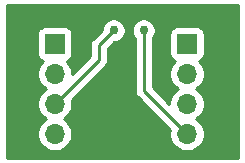
<source format=gbl>
%TF.GenerationSoftware,KiCad,Pcbnew,5.1.7+dfsg1-1*%
%TF.CreationDate,2020-10-30T20:21:54-04:00*%
%TF.ProjectId,fpga-game,66706761-2d67-4616-9d65-2e6b69636164,rev?*%
%TF.SameCoordinates,Original*%
%TF.FileFunction,Copper,L2,Bot*%
%TF.FilePolarity,Positive*%
%FSLAX46Y46*%
G04 Gerber Fmt 4.6, Leading zero omitted, Abs format (unit mm)*
G04 Created by KiCad (PCBNEW 5.1.7+dfsg1-1) date 2020-10-30 20:21:54*
%MOMM*%
%LPD*%
G01*
G04 APERTURE LIST*
%TA.AperFunction,ComponentPad*%
%ADD10R,1.700000X1.700000*%
%TD*%
%TA.AperFunction,ComponentPad*%
%ADD11O,1.700000X1.700000*%
%TD*%
%TA.AperFunction,ViaPad*%
%ADD12C,0.762000*%
%TD*%
%TA.AperFunction,Conductor*%
%ADD13C,0.254000*%
%TD*%
%TA.AperFunction,NonConductor*%
%ADD14C,0.254000*%
%TD*%
%TA.AperFunction,NonConductor*%
%ADD15C,0.100000*%
%TD*%
G04 APERTURE END LIST*
D10*
%TO.P,J1,1*%
%TO.N,Net-(J1-Pad1)*%
X155027000Y-96400000D03*
D11*
%TO.P,J1,2*%
%TO.N,Net-(J1-Pad2)*%
X155027000Y-98940000D03*
%TO.P,J1,3*%
%TO.N,Net-(J1-Pad3)*%
X155027000Y-101480000D03*
%TO.P,J1,4*%
%TO.N,Net-(J1-Pad4)*%
X155027000Y-104020000D03*
%TD*%
%TO.P,J2,4*%
%TO.N,Net-(J2-Pad4)*%
X166227000Y-104020000D03*
%TO.P,J2,3*%
%TO.N,Net-(J2-Pad3)*%
X166227000Y-101480000D03*
%TO.P,J2,2*%
%TO.N,Net-(J2-Pad2)*%
X166227000Y-98940000D03*
D10*
%TO.P,J2,1*%
%TO.N,Net-(J2-Pad1)*%
X166227000Y-96400000D03*
%TD*%
D12*
%TO.N,Net-(J1-Pad3)*%
X160020000Y-95250000D03*
%TO.N,Net-(J2-Pad4)*%
X162560000Y-95250000D03*
%TD*%
D13*
%TO.N,Net-(J1-Pad3)*%
X160020000Y-95250000D02*
X158750000Y-96520000D01*
X158750000Y-97757000D02*
X155027000Y-101480000D01*
X158750000Y-96520000D02*
X158750000Y-97757000D01*
%TO.N,Net-(J2-Pad4)*%
X162560000Y-100353000D02*
X166227000Y-104020000D01*
X162560000Y-95250000D02*
X162560000Y-100353000D01*
%TD*%
D14*
X170548301Y-106032300D02*
X151015700Y-106032300D01*
X151015700Y-95550000D01*
X153538928Y-95550000D01*
X153538928Y-97250000D01*
X153551188Y-97374482D01*
X153587498Y-97494180D01*
X153646463Y-97604494D01*
X153725815Y-97701185D01*
X153822506Y-97780537D01*
X153932820Y-97839502D01*
X154005380Y-97861513D01*
X153873525Y-97993368D01*
X153711010Y-98236589D01*
X153599068Y-98506842D01*
X153542000Y-98793740D01*
X153542000Y-99086260D01*
X153599068Y-99373158D01*
X153711010Y-99643411D01*
X153873525Y-99886632D01*
X154080368Y-100093475D01*
X154254760Y-100210000D01*
X154080368Y-100326525D01*
X153873525Y-100533368D01*
X153711010Y-100776589D01*
X153599068Y-101046842D01*
X153542000Y-101333740D01*
X153542000Y-101626260D01*
X153599068Y-101913158D01*
X153711010Y-102183411D01*
X153873525Y-102426632D01*
X154080368Y-102633475D01*
X154254760Y-102750000D01*
X154080368Y-102866525D01*
X153873525Y-103073368D01*
X153711010Y-103316589D01*
X153599068Y-103586842D01*
X153542000Y-103873740D01*
X153542000Y-104166260D01*
X153599068Y-104453158D01*
X153711010Y-104723411D01*
X153873525Y-104966632D01*
X154080368Y-105173475D01*
X154323589Y-105335990D01*
X154593842Y-105447932D01*
X154880740Y-105505000D01*
X155173260Y-105505000D01*
X155460158Y-105447932D01*
X155730411Y-105335990D01*
X155973632Y-105173475D01*
X156180475Y-104966632D01*
X156342990Y-104723411D01*
X156454932Y-104453158D01*
X156512000Y-104166260D01*
X156512000Y-103873740D01*
X156454932Y-103586842D01*
X156342990Y-103316589D01*
X156180475Y-103073368D01*
X155973632Y-102866525D01*
X155799240Y-102750000D01*
X155973632Y-102633475D01*
X156180475Y-102426632D01*
X156342990Y-102183411D01*
X156454932Y-101913158D01*
X156512000Y-101626260D01*
X156512000Y-101333740D01*
X156468679Y-101115951D01*
X159262352Y-98322279D01*
X159291422Y-98298422D01*
X159386645Y-98182392D01*
X159457402Y-98050015D01*
X159500974Y-97906378D01*
X159512000Y-97794426D01*
X159512000Y-97794424D01*
X159515686Y-97757001D01*
X159512000Y-97719578D01*
X159512000Y-96835630D01*
X160081631Y-96266000D01*
X160120067Y-96266000D01*
X160316356Y-96226956D01*
X160501256Y-96150368D01*
X160667662Y-96039179D01*
X160809179Y-95897662D01*
X160920368Y-95731256D01*
X160996956Y-95546356D01*
X161036000Y-95350067D01*
X161036000Y-95149933D01*
X161544000Y-95149933D01*
X161544000Y-95350067D01*
X161583044Y-95546356D01*
X161659632Y-95731256D01*
X161770821Y-95897662D01*
X161798000Y-95924841D01*
X161798001Y-100315567D01*
X161794314Y-100353000D01*
X161809027Y-100502378D01*
X161852599Y-100646015D01*
X161923355Y-100778392D01*
X161994721Y-100865351D01*
X162018579Y-100894422D01*
X162047649Y-100918279D01*
X164785321Y-103655952D01*
X164742000Y-103873740D01*
X164742000Y-104166260D01*
X164799068Y-104453158D01*
X164911010Y-104723411D01*
X165073525Y-104966632D01*
X165280368Y-105173475D01*
X165523589Y-105335990D01*
X165793842Y-105447932D01*
X166080740Y-105505000D01*
X166373260Y-105505000D01*
X166660158Y-105447932D01*
X166930411Y-105335990D01*
X167173632Y-105173475D01*
X167380475Y-104966632D01*
X167542990Y-104723411D01*
X167654932Y-104453158D01*
X167712000Y-104166260D01*
X167712000Y-103873740D01*
X167654932Y-103586842D01*
X167542990Y-103316589D01*
X167380475Y-103073368D01*
X167173632Y-102866525D01*
X166999240Y-102750000D01*
X167173632Y-102633475D01*
X167380475Y-102426632D01*
X167542990Y-102183411D01*
X167654932Y-101913158D01*
X167712000Y-101626260D01*
X167712000Y-101333740D01*
X167654932Y-101046842D01*
X167542990Y-100776589D01*
X167380475Y-100533368D01*
X167173632Y-100326525D01*
X166999240Y-100210000D01*
X167173632Y-100093475D01*
X167380475Y-99886632D01*
X167542990Y-99643411D01*
X167654932Y-99373158D01*
X167712000Y-99086260D01*
X167712000Y-98793740D01*
X167654932Y-98506842D01*
X167542990Y-98236589D01*
X167380475Y-97993368D01*
X167248620Y-97861513D01*
X167321180Y-97839502D01*
X167431494Y-97780537D01*
X167528185Y-97701185D01*
X167607537Y-97604494D01*
X167666502Y-97494180D01*
X167702812Y-97374482D01*
X167715072Y-97250000D01*
X167715072Y-95550000D01*
X167702812Y-95425518D01*
X167666502Y-95305820D01*
X167607537Y-95195506D01*
X167528185Y-95098815D01*
X167431494Y-95019463D01*
X167321180Y-94960498D01*
X167201482Y-94924188D01*
X167077000Y-94911928D01*
X165377000Y-94911928D01*
X165252518Y-94924188D01*
X165132820Y-94960498D01*
X165022506Y-95019463D01*
X164925815Y-95098815D01*
X164846463Y-95195506D01*
X164787498Y-95305820D01*
X164751188Y-95425518D01*
X164738928Y-95550000D01*
X164738928Y-97250000D01*
X164751188Y-97374482D01*
X164787498Y-97494180D01*
X164846463Y-97604494D01*
X164925815Y-97701185D01*
X165022506Y-97780537D01*
X165132820Y-97839502D01*
X165205380Y-97861513D01*
X165073525Y-97993368D01*
X164911010Y-98236589D01*
X164799068Y-98506842D01*
X164742000Y-98793740D01*
X164742000Y-99086260D01*
X164799068Y-99373158D01*
X164911010Y-99643411D01*
X165073525Y-99886632D01*
X165280368Y-100093475D01*
X165454760Y-100210000D01*
X165280368Y-100326525D01*
X165073525Y-100533368D01*
X164911010Y-100776589D01*
X164799068Y-101046842D01*
X164742000Y-101333740D01*
X164742000Y-101457370D01*
X163322000Y-100037370D01*
X163322000Y-95924841D01*
X163349179Y-95897662D01*
X163460368Y-95731256D01*
X163536956Y-95546356D01*
X163576000Y-95350067D01*
X163576000Y-95149933D01*
X163536956Y-94953644D01*
X163460368Y-94768744D01*
X163349179Y-94602338D01*
X163207662Y-94460821D01*
X163041256Y-94349632D01*
X162856356Y-94273044D01*
X162660067Y-94234000D01*
X162459933Y-94234000D01*
X162263644Y-94273044D01*
X162078744Y-94349632D01*
X161912338Y-94460821D01*
X161770821Y-94602338D01*
X161659632Y-94768744D01*
X161583044Y-94953644D01*
X161544000Y-95149933D01*
X161036000Y-95149933D01*
X160996956Y-94953644D01*
X160920368Y-94768744D01*
X160809179Y-94602338D01*
X160667662Y-94460821D01*
X160501256Y-94349632D01*
X160316356Y-94273044D01*
X160120067Y-94234000D01*
X159919933Y-94234000D01*
X159723644Y-94273044D01*
X159538744Y-94349632D01*
X159372338Y-94460821D01*
X159230821Y-94602338D01*
X159119632Y-94768744D01*
X159043044Y-94953644D01*
X159004000Y-95149933D01*
X159004000Y-95188369D01*
X158237654Y-95954716D01*
X158208578Y-95978578D01*
X158158845Y-96039179D01*
X158113355Y-96094608D01*
X158083551Y-96150368D01*
X158042598Y-96226986D01*
X157999026Y-96370623D01*
X157988000Y-96482574D01*
X157984314Y-96520000D01*
X157988000Y-96557424D01*
X157988001Y-97441368D01*
X156512000Y-98917369D01*
X156512000Y-98793740D01*
X156454932Y-98506842D01*
X156342990Y-98236589D01*
X156180475Y-97993368D01*
X156048620Y-97861513D01*
X156121180Y-97839502D01*
X156231494Y-97780537D01*
X156328185Y-97701185D01*
X156407537Y-97604494D01*
X156466502Y-97494180D01*
X156502812Y-97374482D01*
X156515072Y-97250000D01*
X156515072Y-95550000D01*
X156502812Y-95425518D01*
X156466502Y-95305820D01*
X156407537Y-95195506D01*
X156328185Y-95098815D01*
X156231494Y-95019463D01*
X156121180Y-94960498D01*
X156001482Y-94924188D01*
X155877000Y-94911928D01*
X154177000Y-94911928D01*
X154052518Y-94924188D01*
X153932820Y-94960498D01*
X153822506Y-95019463D01*
X153725815Y-95098815D01*
X153646463Y-95195506D01*
X153587498Y-95305820D01*
X153551188Y-95425518D01*
X153538928Y-95550000D01*
X151015700Y-95550000D01*
X151015700Y-93103700D01*
X170548300Y-93103700D01*
X170548301Y-106032300D01*
%TA.AperFunction,NonConductor*%
D15*
G36*
X170548301Y-106032300D02*
G01*
X151015700Y-106032300D01*
X151015700Y-95550000D01*
X153538928Y-95550000D01*
X153538928Y-97250000D01*
X153551188Y-97374482D01*
X153587498Y-97494180D01*
X153646463Y-97604494D01*
X153725815Y-97701185D01*
X153822506Y-97780537D01*
X153932820Y-97839502D01*
X154005380Y-97861513D01*
X153873525Y-97993368D01*
X153711010Y-98236589D01*
X153599068Y-98506842D01*
X153542000Y-98793740D01*
X153542000Y-99086260D01*
X153599068Y-99373158D01*
X153711010Y-99643411D01*
X153873525Y-99886632D01*
X154080368Y-100093475D01*
X154254760Y-100210000D01*
X154080368Y-100326525D01*
X153873525Y-100533368D01*
X153711010Y-100776589D01*
X153599068Y-101046842D01*
X153542000Y-101333740D01*
X153542000Y-101626260D01*
X153599068Y-101913158D01*
X153711010Y-102183411D01*
X153873525Y-102426632D01*
X154080368Y-102633475D01*
X154254760Y-102750000D01*
X154080368Y-102866525D01*
X153873525Y-103073368D01*
X153711010Y-103316589D01*
X153599068Y-103586842D01*
X153542000Y-103873740D01*
X153542000Y-104166260D01*
X153599068Y-104453158D01*
X153711010Y-104723411D01*
X153873525Y-104966632D01*
X154080368Y-105173475D01*
X154323589Y-105335990D01*
X154593842Y-105447932D01*
X154880740Y-105505000D01*
X155173260Y-105505000D01*
X155460158Y-105447932D01*
X155730411Y-105335990D01*
X155973632Y-105173475D01*
X156180475Y-104966632D01*
X156342990Y-104723411D01*
X156454932Y-104453158D01*
X156512000Y-104166260D01*
X156512000Y-103873740D01*
X156454932Y-103586842D01*
X156342990Y-103316589D01*
X156180475Y-103073368D01*
X155973632Y-102866525D01*
X155799240Y-102750000D01*
X155973632Y-102633475D01*
X156180475Y-102426632D01*
X156342990Y-102183411D01*
X156454932Y-101913158D01*
X156512000Y-101626260D01*
X156512000Y-101333740D01*
X156468679Y-101115951D01*
X159262352Y-98322279D01*
X159291422Y-98298422D01*
X159386645Y-98182392D01*
X159457402Y-98050015D01*
X159500974Y-97906378D01*
X159512000Y-97794426D01*
X159512000Y-97794424D01*
X159515686Y-97757001D01*
X159512000Y-97719578D01*
X159512000Y-96835630D01*
X160081631Y-96266000D01*
X160120067Y-96266000D01*
X160316356Y-96226956D01*
X160501256Y-96150368D01*
X160667662Y-96039179D01*
X160809179Y-95897662D01*
X160920368Y-95731256D01*
X160996956Y-95546356D01*
X161036000Y-95350067D01*
X161036000Y-95149933D01*
X161544000Y-95149933D01*
X161544000Y-95350067D01*
X161583044Y-95546356D01*
X161659632Y-95731256D01*
X161770821Y-95897662D01*
X161798000Y-95924841D01*
X161798001Y-100315567D01*
X161794314Y-100353000D01*
X161809027Y-100502378D01*
X161852599Y-100646015D01*
X161923355Y-100778392D01*
X161994721Y-100865351D01*
X162018579Y-100894422D01*
X162047649Y-100918279D01*
X164785321Y-103655952D01*
X164742000Y-103873740D01*
X164742000Y-104166260D01*
X164799068Y-104453158D01*
X164911010Y-104723411D01*
X165073525Y-104966632D01*
X165280368Y-105173475D01*
X165523589Y-105335990D01*
X165793842Y-105447932D01*
X166080740Y-105505000D01*
X166373260Y-105505000D01*
X166660158Y-105447932D01*
X166930411Y-105335990D01*
X167173632Y-105173475D01*
X167380475Y-104966632D01*
X167542990Y-104723411D01*
X167654932Y-104453158D01*
X167712000Y-104166260D01*
X167712000Y-103873740D01*
X167654932Y-103586842D01*
X167542990Y-103316589D01*
X167380475Y-103073368D01*
X167173632Y-102866525D01*
X166999240Y-102750000D01*
X167173632Y-102633475D01*
X167380475Y-102426632D01*
X167542990Y-102183411D01*
X167654932Y-101913158D01*
X167712000Y-101626260D01*
X167712000Y-101333740D01*
X167654932Y-101046842D01*
X167542990Y-100776589D01*
X167380475Y-100533368D01*
X167173632Y-100326525D01*
X166999240Y-100210000D01*
X167173632Y-100093475D01*
X167380475Y-99886632D01*
X167542990Y-99643411D01*
X167654932Y-99373158D01*
X167712000Y-99086260D01*
X167712000Y-98793740D01*
X167654932Y-98506842D01*
X167542990Y-98236589D01*
X167380475Y-97993368D01*
X167248620Y-97861513D01*
X167321180Y-97839502D01*
X167431494Y-97780537D01*
X167528185Y-97701185D01*
X167607537Y-97604494D01*
X167666502Y-97494180D01*
X167702812Y-97374482D01*
X167715072Y-97250000D01*
X167715072Y-95550000D01*
X167702812Y-95425518D01*
X167666502Y-95305820D01*
X167607537Y-95195506D01*
X167528185Y-95098815D01*
X167431494Y-95019463D01*
X167321180Y-94960498D01*
X167201482Y-94924188D01*
X167077000Y-94911928D01*
X165377000Y-94911928D01*
X165252518Y-94924188D01*
X165132820Y-94960498D01*
X165022506Y-95019463D01*
X164925815Y-95098815D01*
X164846463Y-95195506D01*
X164787498Y-95305820D01*
X164751188Y-95425518D01*
X164738928Y-95550000D01*
X164738928Y-97250000D01*
X164751188Y-97374482D01*
X164787498Y-97494180D01*
X164846463Y-97604494D01*
X164925815Y-97701185D01*
X165022506Y-97780537D01*
X165132820Y-97839502D01*
X165205380Y-97861513D01*
X165073525Y-97993368D01*
X164911010Y-98236589D01*
X164799068Y-98506842D01*
X164742000Y-98793740D01*
X164742000Y-99086260D01*
X164799068Y-99373158D01*
X164911010Y-99643411D01*
X165073525Y-99886632D01*
X165280368Y-100093475D01*
X165454760Y-100210000D01*
X165280368Y-100326525D01*
X165073525Y-100533368D01*
X164911010Y-100776589D01*
X164799068Y-101046842D01*
X164742000Y-101333740D01*
X164742000Y-101457370D01*
X163322000Y-100037370D01*
X163322000Y-95924841D01*
X163349179Y-95897662D01*
X163460368Y-95731256D01*
X163536956Y-95546356D01*
X163576000Y-95350067D01*
X163576000Y-95149933D01*
X163536956Y-94953644D01*
X163460368Y-94768744D01*
X163349179Y-94602338D01*
X163207662Y-94460821D01*
X163041256Y-94349632D01*
X162856356Y-94273044D01*
X162660067Y-94234000D01*
X162459933Y-94234000D01*
X162263644Y-94273044D01*
X162078744Y-94349632D01*
X161912338Y-94460821D01*
X161770821Y-94602338D01*
X161659632Y-94768744D01*
X161583044Y-94953644D01*
X161544000Y-95149933D01*
X161036000Y-95149933D01*
X160996956Y-94953644D01*
X160920368Y-94768744D01*
X160809179Y-94602338D01*
X160667662Y-94460821D01*
X160501256Y-94349632D01*
X160316356Y-94273044D01*
X160120067Y-94234000D01*
X159919933Y-94234000D01*
X159723644Y-94273044D01*
X159538744Y-94349632D01*
X159372338Y-94460821D01*
X159230821Y-94602338D01*
X159119632Y-94768744D01*
X159043044Y-94953644D01*
X159004000Y-95149933D01*
X159004000Y-95188369D01*
X158237654Y-95954716D01*
X158208578Y-95978578D01*
X158158845Y-96039179D01*
X158113355Y-96094608D01*
X158083551Y-96150368D01*
X158042598Y-96226986D01*
X157999026Y-96370623D01*
X157988000Y-96482574D01*
X157984314Y-96520000D01*
X157988000Y-96557424D01*
X157988001Y-97441368D01*
X156512000Y-98917369D01*
X156512000Y-98793740D01*
X156454932Y-98506842D01*
X156342990Y-98236589D01*
X156180475Y-97993368D01*
X156048620Y-97861513D01*
X156121180Y-97839502D01*
X156231494Y-97780537D01*
X156328185Y-97701185D01*
X156407537Y-97604494D01*
X156466502Y-97494180D01*
X156502812Y-97374482D01*
X156515072Y-97250000D01*
X156515072Y-95550000D01*
X156502812Y-95425518D01*
X156466502Y-95305820D01*
X156407537Y-95195506D01*
X156328185Y-95098815D01*
X156231494Y-95019463D01*
X156121180Y-94960498D01*
X156001482Y-94924188D01*
X155877000Y-94911928D01*
X154177000Y-94911928D01*
X154052518Y-94924188D01*
X153932820Y-94960498D01*
X153822506Y-95019463D01*
X153725815Y-95098815D01*
X153646463Y-95195506D01*
X153587498Y-95305820D01*
X153551188Y-95425518D01*
X153538928Y-95550000D01*
X151015700Y-95550000D01*
X151015700Y-93103700D01*
X170548300Y-93103700D01*
X170548301Y-106032300D01*
G37*
%TD.AperFunction*%
M02*

</source>
